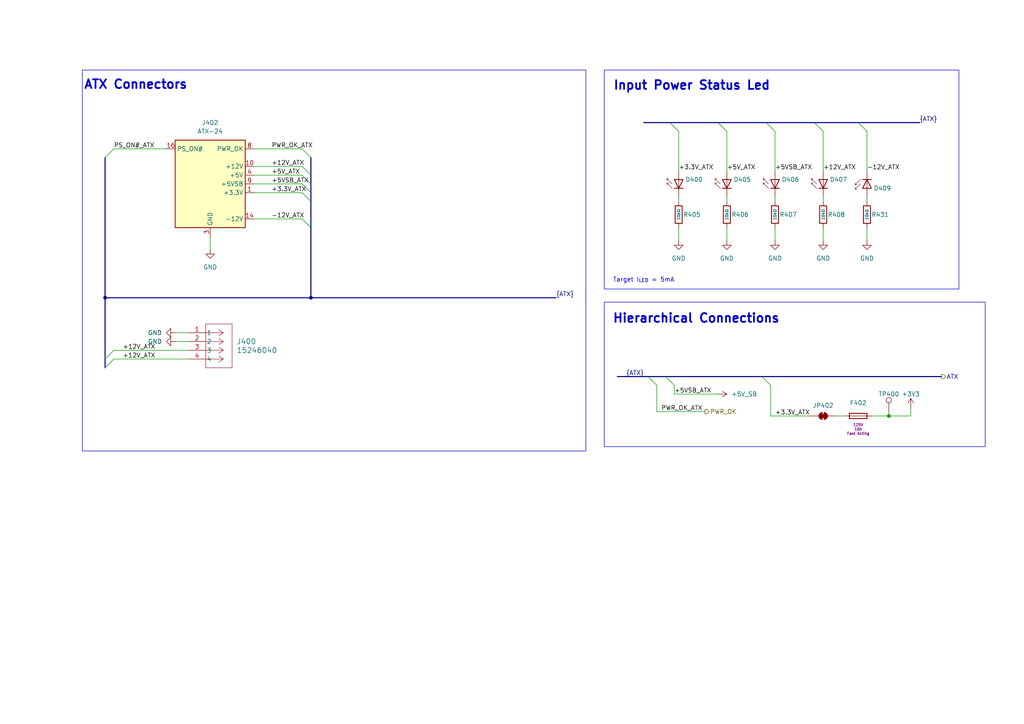
<source format=kicad_sch>
(kicad_sch (version 20250114) (generator "eeschema") (generator_version "9.0")
  (paper "A4")
  (lib_symbols
    (symbol "2025-11-30_18-16-43:15246040" (pin_names (offset 0.254))
      (property "Reference" "J" (at 8.89 6.35 0))
      (property "Value" "15246040" (at 0 0 0))
      (symbol "15246040_1_1"
        (polyline (pts (xy 5.08 2.54) (xy 5.08 -10.16)) (stroke (width 0.127)))
        (polyline (pts (xy 5.08 -10.16) (xy 12.7 -10.16)) (stroke (width 0.127)))
        (polyline (pts (xy 10.16 0) (xy 5.08 0)) (stroke (width 0.127)))
        (polyline (pts (xy 10.16 0) (xy 8.89 0.8467)) (stroke (width 0.127)))
        (polyline (pts (xy 10.16 0) (xy 8.89 -0.8467)) (stroke (width 0.127)))
        (polyline (pts (xy 10.16 -2.54) (xy 5.08 -2.54)) (stroke (width 0.127)))
        (polyline (pts (xy 10.16 -2.54) (xy 8.89 -1.6933)) (stroke (width 0.127)))
        (polyline (pts (xy 10.16 -2.54) (xy 8.89 -3.3867)) (stroke (width 0.127)))
        (polyline (pts (xy 10.16 -5.08) (xy 5.08 -5.08)) (stroke (width 0.127)))
        (polyline (pts (xy 10.16 -5.08) (xy 8.89 -4.2333)) (stroke (width 0.127)))
        (polyline (pts (xy 10.16 -5.08) (xy 8.89 -5.9267)) (stroke (width 0.127)))
        (polyline (pts (xy 10.16 -7.62) (xy 5.08 -7.62)) (stroke (width 0.127)))
        (polyline (pts (xy 10.16 -7.62) (xy 8.89 -6.7733)) (stroke (width 0.127)))
        (polyline (pts (xy 10.16 -7.62) (xy 8.89 -8.4667)) (stroke (width 0.127)))
        (polyline (pts (xy 12.7 2.54) (xy 5.08 2.54)) (stroke (width 0.127)))
        (polyline (pts (xy 12.7 -10.16) (xy 12.7 2.54)) (stroke (width 0.127)))
        (pin unspecified line (at 0 0 0) (length 5.08) (name "1") (number "1"))
        (pin unspecified line (at 0 -2.54 0) (length 5.08) (name "2") (number "2"))
        (pin unspecified line (at 0 -5.08 0) (length 5.08) (name "3") (number "3"))
        (pin unspecified line (at 0 -7.62 0) (length 5.08) (name "4") (number "4"))
      )
      (symbol "15246040_1_2"
        (polyline (pts (xy 5.08 2.54) (xy 5.08 -10.16)) (stroke (width 0.127)))
        (polyline (pts (xy 5.08 -10.16) (xy 12.7 -10.16)) (stroke (width 0.127)))
        (polyline (pts (xy 7.62 0) (xy 5.08 0)) (stroke (width 0.127)))
        (polyline (pts (xy 7.62 0) (xy 8.89 0.8467)) (stroke (width 0.127)))
        (polyline (pts (xy 7.62 0) (xy 8.89 -0.8467)) (stroke (width 0.127)))
        (polyline (pts (xy 7.62 -2.54) (xy 5.08 -2.54)) (stroke (width 0.127)))
        (polyline (pts (xy 7.62 -2.54) (xy 8.89 -1.6933)) (stroke (width 0.127)))
        (polyline (pts (xy 7.62 -2.54) (xy 8.89 -3.3867)) (stroke (width 0.127)))
        (polyline (pts (xy 7.62 -5.08) (xy 5.08 -5.08)) (stroke (width 0.127)))
        (polyline (pts (xy 7.62 -5.08) (xy 8.89 -4.2333)) (stroke (width 0.127)))
        (polyline (pts (xy 7.62 -5.08) (xy 8.89 -5.9267)) (stroke (width 0.127)))
        (polyline (pts (xy 7.62 -7.62) (xy 5.08 -7.62)) (stroke (width 0.127)))
        (polyline (pts (xy 7.62 -7.62) (xy 8.89 -6.7733)) (stroke (width 0.127)))
        (polyline (pts (xy 7.62 -7.62) (xy 8.89 -8.4667)) (stroke (width 0.127)))
        (polyline (pts (xy 12.7 2.54) (xy 5.08 2.54)) (stroke (width 0.127)))
        (polyline (pts (xy 12.7 -10.16) (xy 12.7 2.54)) (stroke (width 0.127)))
        (pin unspecified line (at 0 0 0) (length 5.08) (name "1") (number "1"))
        (pin unspecified line (at 0 -2.54 0) (length 5.08) (name "2") (number "2"))
        (pin unspecified line (at 0 -5.08 0) (length 5.08) (name "3") (number "3"))
        (pin unspecified line (at 0 -7.62 0) (length 5.08) (name "4") (number "4"))
      )
    )
    (symbol "Connector:ATX-24"
      (property "Reference" "J" (at -8.89 13.97 0))
      (property "Value" "ATX-24" (at 6.35 13.97 0))
      (symbol "ATX-24_0_1"
        (rectangle (start -10.16 12.7) (end 10.16 -12.7) (stroke (width 0.254)) (fill (type background)))
      )
      (symbol "ATX-24_1_1"
        (pin open_collector line (at -12.7 10.16 0) (length 2.54) (name "PS_ON#") (number "16"))
        (pin no_connect line (at -10.16 0 0) (length 2.54) (hide yes) (name "NC") (number "20"))
        (pin passive line (at 0 -15.24 90) (length 2.54) (hide yes) (name "GND") (number "15"))
        (pin passive line (at 0 -15.24 90) (length 2.54) (hide yes) (name "GND") (number "17"))
        (pin passive line (at 0 -15.24 90) (length 2.54) (hide yes) (name "GND") (number "18"))
        (pin passive line (at 0 -15.24 90) (length 2.54) (hide yes) (name "GND") (number "19"))
        (pin passive line (at 0 -15.24 90) (length 2.54) (hide yes) (name "GND") (number "24"))
        (pin power_out line (at 0 -15.24 90) (length 2.54) (name "GND") (number "3"))
        (pin passive line (at 0 -15.24 90) (length 2.54) (hide yes) (name "GND") (number "5"))
        (pin passive line (at 0 -15.24 90) (length 2.54) (hide yes) (name "GND") (number "7"))
        (pin output line (at 12.7 10.16 180) (length 2.54) (name "PWR_OK") (number "8"))
        (pin power_out line (at 12.7 5.08 180) (length 2.54) (name "+12V") (number "10"))
        (pin passive line (at 12.7 5.08 180) (length 2.54) (hide yes) (name "+12V") (number "11"))
        (pin passive line (at 12.7 2.54 180) (length 2.54) (hide yes) (name "+5V") (number "21"))
        (pin passive line (at 12.7 2.54 180) (length 2.54) (hide yes) (name "+5V") (number "22"))
        (pin passive line (at 12.7 2.54 180) (length 2.54) (hide yes) (name "+5V") (number "23"))
        (pin power_out line (at 12.7 2.54 180) (length 2.54) (name "+5V") (number "4"))
        (pin passive line (at 12.7 2.54 180) (length 2.54) (hide yes) (name "+5V") (number "6"))
        (pin power_out line (at 12.7 0 180) (length 2.54) (name "+5VSB") (number "9"))
        (pin power_out line (at 12.7 -2.54 180) (length 2.54) (name "+3.3V") (number "1"))
        (pin passive line (at 12.7 -2.54 180) (length 2.54) (hide yes) (name "+3.3V") (number "12"))
        (pin passive line (at 12.7 -2.54 180) (length 2.54) (hide yes) (name "+3.3V") (number "13"))
        (pin passive line (at 12.7 -2.54 180) (length 2.54) (hide yes) (name "+3.3V") (number "2"))
        (pin power_out line (at 12.7 -10.16 180) (length 2.54) (name "-12V") (number "14"))
      )
    )
    (symbol "Connector:TestPoint" (pin_numbers (hide yes)) (pin_names (offset 0.762) (hide yes))
      (property "Reference" "TP" (at 0 6.858 0))
      (property "Value" "TestPoint" (at 0 5.08 0))
      (symbol "TestPoint_0_1"
        (circle (center 0 3.302) (radius 0.762))
      )
      (symbol "TestPoint_1_1"
        (pin passive line (at 0 0 90) (length 2.54) (name "1") (number "1"))
      )
    )
    (symbol "FuseCustom:JFC2410FS-2100FS"
      (property "Reference" "F" (at -2.54 0 90))
      (property "Current Trigger" "10A" (at 3.81 0 90))
      (property "Voltage Rating" "125V" (at 2.54 0 90))
      (property "Time Sensitivity" "Fast Acting" (at 5.08 0 90))
      (symbol "JFC2410FS-2100FS_0_1"
        (rectangle (start -0.762 2.54) (end 0.762 -2.54) (stroke (width 0.254)))
        (polyline (pts (xy 0 2.54) (xy 0 -2.54)))
      )
      (symbol "JFC2410FS-2100FS_1_1"
        (pin passive line (at 0 3.81 270) (length 1.27) (name "~") (number "1"))
        (pin passive line (at 0 -3.81 90) (length 1.27) (name "~") (number "2"))
      )
    )
    (symbol "Jumper:SolderJumper_2_Bridged" (pin_numbers (hide yes)) (pin_names (offset 0) (hide yes)) (in_bom no)
      (property "Reference" "JP" (at 0 2.032 0))
      (property "Value" "SolderJumper_2_Bridged" (at 0 -2.54 0))
      (symbol "SolderJumper_2_Bridged_0_1"
        (rectangle (start -0.508 0.508) (end 0.508 -0.508) (fill (type outline)))
        (polyline (pts (xy -0.254 1.016) (xy -0.254 -1.016)))
        (arc (start -0.254 -1.016) (mid -1.2656 0) (end -0.254 1.016))
        (arc (start -0.254 -1.016) (mid -1.2656 0) (end -0.254 1.016) (fill (type outline)))
        (arc (start 0.254 1.016) (mid 1.2656 0) (end 0.254 -1.016))
        (arc (start 0.254 1.016) (mid 1.2656 0) (end 0.254 -1.016) (fill (type outline)))
        (polyline (pts (xy 0.254 1.016) (xy 0.254 -1.016)))
      )
      (symbol "SolderJumper_2_Bridged_1_1"
        (pin passive line (at -3.81 0 0) (length 2.54) (name "A") (number "1"))
        (pin passive line (at 3.81 0 180) (length 2.54) (name "B") (number "2"))
      )
    )
    (symbol "PCM_JLCPCB-Diodes:LED,0603,Green" (pin_numbers (hide yes)) (pin_names (offset 0))
      (property "Reference" "D" (at 2.032 0.834 0))
      (property "Value" "Green" (at 2.032 -1.2122 0))
      (symbol "LED,0603,Green_0_1"
        (polyline (pts (xy -1.905 0) (xy -3.429 1.524) (xy -3.429 1.016) (xy -3.429 1.524) (xy -2.921 1.524)) (stroke (width 0.127)))
        (polyline (pts (xy -1.905 -1.27) (xy -3.429 0.254) (xy -3.429 -0.254) (xy -3.429 0.254) (xy -2.921 0.254)) (stroke (width 0.127)))
        (polyline (pts (xy -1.27 1.27) (xy 0 -1.27) (xy 1.27 1.27) (xy -1.27 1.27)) (stroke (width 0.254)))
        (polyline (pts (xy -1.27 -1.27) (xy 1.27 -1.27)) (stroke (width 0.254)))
      )
      (symbol "LED,0603,Green_1_1"
        (pin passive line (at 0 3.81 270) (length 3.81) (name "~") (number "2"))
        (pin passive line (at 0 -3.81 90) (length 3.81) (name "~") (number "1"))
      )
    )
    (symbol "PCM_JLCPCB-Resistors:0402,10kΩ" (pin_numbers (hide yes)) (pin_names (offset 0))
      (property "Reference" "R" (at 1.778 0 0))
      (property "Value" "10kΩ" (at 0 0 90))
      (symbol "0402,10kΩ_0_1"
        (rectangle (start -1.016 2.54) (end 1.016 -2.54) (stroke (width 0.254)))
      )
      (symbol "0402,10kΩ_1_1"
        (pin passive line (at 0 3.81 270) (length 1.27) (name "~") (number "1"))
        (pin passive line (at 0 -3.81 90) (length 1.27) (name "~") (number "2"))
      )
    )
    (symbol "power:+5V" (power) (pin_numbers (hide yes)) (pin_names (offset 0) (hide yes))
      (property "Value" "+5V" (at 0 3.556 0))
      (symbol "+5V_0_1"
        (polyline (pts (xy -0.762 1.27) (xy 0 2.54)))
        (polyline (pts (xy 0 2.54) (xy 0.762 1.27)))
        (polyline (pts (xy 0 0) (xy 0 2.54)))
      )
      (symbol "+5V_1_1"
        (pin power_in line (at 0 0 90) (length 0) (name "~") (number "1"))
      )
    )
    (symbol "power:GND" (power) (pin_numbers (hide yes)) (pin_names (offset 0) (hide yes))
      (property "Value" "GND" (at 0 -3.81 0))
      (symbol "GND_0_1"
        (polyline (pts (xy 0 0) (xy 0 -1.27) (xy 1.27 -1.27) (xy 0 -2.54) (xy -1.27 -1.27) (xy 0 -1.27)))
      )
      (symbol "GND_1_1"
        (pin power_in line (at 0 0 270) (length 0) (name "~") (number "1"))
      )
    )
  )
  (bus_alias "ATX" (members "+5V_ATX" "+12V_ATX" "+5VSB_ATX" "+3.3V_ATX" "-12V_ATX" "-5V_ATX" "PS_ON#_ATX" "PWR_OK_ATX"))
  (rectangle (start 175.26 20.32) (end 278.13 83.82))
  (rectangle (start 23.876 20.32) (end 169.926 130.81))
  (rectangle (start 175.26 87.63) (end 285.75 129.54))
  (text "ATX Connectors\n" (at 39.37 24.638 0) (effects (font (size 2.54 2.54) (thickness 0.508) (bold yes))))
  (text "Hierarchical Connections" (at 201.93 92.456 0) (effects (font (size 2.54 2.54) (thickness 0.508) (bold yes))))
  (text "Target I_{LED} = 5mA" (at 186.69 81.28 0) (effects (font (size 1.27 1.27))))
  (text "Input Power Status Led\n" (at 200.66 24.892 0) (effects (font (size 2.54 2.54) (thickness 0.508) (bold yes))))
  (junction (at 257.81 120.65))
  (junction (at 30.48 86.36))
  (junction (at 90.17 86.36))
  (bus_entry (at 90.17 50.8) (size -2.54 -2.54))
  (bus_entry (at 187.96 109.22) (size 2.54 2.54))
  (bus_entry (at 30.48 45.72) (size 2.54 -2.54))
  (bus_entry (at 90.17 45.72) (size -2.54 -2.54))
  (bus_entry (at 208.28 35.56) (size 2.54 2.54))
  (bus_entry (at 220.98 109.22) (size 2.54 2.54))
  (bus_entry (at 193.04 109.22) (size 2.54 2.54))
  (bus_entry (at 248.92 35.56) (size 2.54 2.54))
  (bus_entry (at 90.17 55.88) (size -2.54 -2.54))
  (bus_entry (at 236.22 35.56) (size 2.54 2.54))
  (bus_entry (at 30.48 104.14) (size 2.54 -2.54))
  (bus_entry (at 30.48 106.68) (size 2.54 -2.54))
  (bus_entry (at 194.31 35.56) (size 2.54 2.54))
  (bus_entry (at 90.17 58.42) (size -2.54 -2.54))
  (bus_entry (at 90.17 66.04) (size -2.54 -2.54))
  (bus_entry (at 90.17 53.34) (size -2.54 -2.54))
  (bus_entry (at 222.25 35.56) (size 2.54 2.54))
  (bus (pts (xy 90.17 53.34) (xy 90.17 55.88)))
  (wire (pts (xy 252.73 120.65) (xy 257.81 120.65)))
  (wire (pts (xy 195.58 114.3) (xy 195.58 111.76)))
  (wire (pts (xy 33.02 101.6) (xy 54.61 101.6)))
  (wire (pts (xy 73.66 63.5) (xy 87.63 63.5)))
  (bus (pts (xy 222.25 35.56) (xy 236.22 35.56)))
  (wire (pts (xy 73.66 43.18) (xy 87.63 43.18)))
  (wire (pts (xy 251.46 57.15) (xy 251.46 58.42)))
  (wire (pts (xy 210.82 66.04) (xy 210.82 69.85)))
  (bus (pts (xy 90.17 45.72) (xy 90.17 50.8)))
  (wire (pts (xy 238.76 66.04) (xy 238.76 69.85)))
  (wire (pts (xy 238.76 57.15) (xy 238.76 58.42)))
  (bus (pts (xy 90.17 86.36) (xy 161.29 86.36)))
  (wire (pts (xy 60.96 68.58) (xy 60.96 72.39)))
  (wire (pts (xy 196.85 66.04) (xy 196.85 69.85)))
  (wire (pts (xy 224.79 38.1) (xy 224.79 49.53)))
  (bus (pts (xy 208.28 35.56) (xy 222.25 35.56)))
  (bus (pts (xy 90.17 66.04) (xy 90.17 86.36)))
  (bus (pts (xy 30.48 86.36) (xy 30.48 104.14)))
  (wire (pts (xy 33.02 43.18) (xy 48.26 43.18)))
  (wire (pts (xy 54.61 99.06) (xy 50.8 99.06)))
  (wire (pts (xy 196.85 38.1) (xy 196.85 49.53)))
  (wire (pts (xy 196.85 57.15) (xy 196.85 58.42)))
  (wire (pts (xy 242.57 120.65) (xy 245.11 120.65)))
  (wire (pts (xy 223.52 111.76) (xy 223.52 120.65)))
  (wire (pts (xy 33.02 104.14) (xy 54.61 104.14)))
  (bus (pts (xy 30.48 104.14) (xy 30.48 106.68)))
  (bus (pts (xy 236.22 35.56) (xy 248.92 35.56)))
  (bus (pts (xy 90.17 58.42) (xy 90.17 66.04)))
  (wire (pts (xy 210.82 38.1) (xy 210.82 49.53)))
  (wire (pts (xy 257.81 120.65) (xy 264.16 120.65)))
  (wire (pts (xy 73.66 55.88) (xy 87.63 55.88)))
  (wire (pts (xy 195.58 114.3) (xy 208.28 114.3)))
  (bus (pts (xy 193.04 109.22) (xy 220.98 109.22)))
  (bus (pts (xy 194.31 35.56) (xy 208.28 35.56)))
  (bus (pts (xy 90.17 50.8) (xy 90.17 53.34)))
  (bus (pts (xy 186.69 35.56) (xy 194.31 35.56)))
  (wire (pts (xy 224.79 57.15) (xy 224.79 58.42)))
  (bus (pts (xy 30.48 86.36) (xy 90.17 86.36)))
  (wire (pts (xy 224.79 66.04) (xy 224.79 69.85)))
  (wire (pts (xy 54.61 96.52) (xy 50.8 96.52)))
  (bus (pts (xy 30.48 86.36) (xy 30.48 45.72)))
  (wire (pts (xy 190.5 111.76) (xy 190.5 119.38)))
  (wire (pts (xy 264.16 118.11) (xy 264.16 120.65)))
  (wire (pts (xy 73.66 53.34) (xy 87.63 53.34)))
  (wire (pts (xy 223.52 120.65) (xy 234.95 120.65)))
  (wire (pts (xy 73.66 48.26) (xy 87.63 48.26)))
  (bus (pts (xy 90.17 55.88) (xy 90.17 58.42)))
  (wire (pts (xy 251.46 66.04) (xy 251.46 69.85)))
  (bus (pts (xy 187.96 109.22) (xy 193.04 109.22)))
  (wire (pts (xy 190.5 119.38) (xy 204.47 119.38)))
  (wire (pts (xy 73.66 50.8) (xy 87.63 50.8)))
  (wire (pts (xy 257.81 119.38) (xy 257.81 120.65)))
  (bus (pts (xy 179.07 109.22) (xy 187.96 109.22)))
  (bus (pts (xy 220.98 109.22) (xy 273.05 109.22)))
  (wire (pts (xy 251.46 38.1) (xy 251.46 49.53)))
  (wire (pts (xy 210.82 57.15) (xy 210.82 58.42)))
  (bus (pts (xy 248.92 35.56) (xy 266.7 35.56)))
  (wire (pts (xy 238.76 38.1) (xy 238.76 49.53)))
  (label "+3.3V_ATX" (at 196.85 49.53 0))
  (label "{ATX}" (at 181.61 109.22 0))
  (label "+5V_ATX" (at 78.74 50.8 0))
  (label "+12V_ATX" (at 238.76 49.53 0))
  (label "+12V_ATX" (at 78.74 48.26 0))
  (label "+5VSB_ATX" (at 78.74 53.34 0))
  (label "+12V_ATX" (at 35.56 101.6 0))
  (label "{ATX}" (at 161.29 86.36 0))
  (label "-12V_ATX" (at 78.74 63.5 0))
  (label "+5VSB_ATX" (at 224.79 49.53 0))
  (label "+5V_ATX" (at 210.82 49.53 0))
  (label "+12V_ATX" (at 35.56 104.14 0))
  (label "+5VSB_ATX" (at 195.58 114.3 0))
  (label "PWR_OK_ATX" (at 191.77 119.38 0))
  (label "PWR_OK_ATX" (at 78.74 43.18 0))
  (label "-12V_ATX" (at 251.46 49.53 0))
  (label "{ATX}" (at 266.7 35.56 0))
  (label "+3.3V_ATX" (at 78.74 55.88 0))
  (label "PS_ON#_ATX" (at 33.02 43.18 0))
  (label "+3.3V_ATX" (at 224.79 120.65 0))
  (hierarchical_label "PWR_OK" (shape output) (at 204.47 119.38 0))
  (hierarchical_label "ATX" (shape output) (at 273.05 109.22 0))
  (symbol (lib_id "PCM_JLCPCB-Resistors:0402,10kΩ") (at 251.46 62.23 0) (unit 1)
    (property "Reference" "R431" (at 252.73 62.23 0) (effects (justify left)))
    (property "Value" "10kΩ" (at 251.46 62.23 90) (effects (font (size 0.8 0.8))))
    (property "Footprint" "PCM_JLCPCB:R_0402" (effects (hide yes)))
    (property "Datasheet" "https://www.lcsc.com/datasheet/lcsc_datasheet_2411221126_UNI-ROYAL-Uniroyal-Elec-0402WGF1002TCE_C25744.pdf" (effects (hide yes)))
    (property "Description" "62.5mW Thick Film Resistors 50V ±100ppm/°C ±1% 10kΩ 0402 Chip Resistor - Surface Mount ROHS" (effects (hide yes)))
    (property "LCSC" "C25744" (effects (hide yes)))
    (property "Stock" "24372091" (effects (hide yes)))
    (property "Price" "0.004USD" (effects (hide yes)))
    (property "Process" "SMT" (effects (hide yes)))
    (property "Minimum Qty" "20" (effects (hide yes)))
    (property "Attrition Qty" "10" (effects (hide yes)))
    (property "Class" "Basic Component" (effects (hide yes)))
    (property "Category" "Resistors,Chip Resistor - Surface Mount" (effects (hide yes)))
    (property "Manufacturer" "UNI-ROYAL(Uniroyal Elec)" (effects (hide yes)))
    (property "Part" "0402WGF1002TCE" (effects (hide yes)))
    (property "Resistance" "10kΩ" (effects (hide yes)))
    (property "Power(Watts)" "62.5mW" (effects (hide yes)))
    (property "Type" "Thick Film Resistors" (effects (hide yes)))
    (property "Overload Voltage (Max)" "50V" (effects (hide yes)))
    (property "Operating Temperature Range" "-55°C~+155°C" (effects (hide yes)))
    (property "Tolerance" "±1%" (effects (hide yes)))
    (property "Temperature Coefficient" "±100ppm/°C" (effects (hide yes)))
  )
  (symbol (lib_id "power:GND") (at 210.82 69.85 0) (unit 1)
    (property "Reference" "#PWR0408" (effects (hide yes)))
    (property "Value" "GND" (at 210.82 74.93 0))
    (property "Description" "Power symbol creates a global label with name \"GND\" , ground" (effects (hide yes)))
  )
  (symbol (lib_id "power:GND") (at 224.79 69.85 0) (unit 1)
    (property "Reference" "#PWR0409" (effects (hide yes)))
    (property "Value" "GND" (at 224.79 74.93 0))
    (property "Description" "Power symbol creates a global label with name \"GND\" , ground" (effects (hide yes)))
  )
  (symbol (lib_id "Connector:TestPoint") (at 257.81 119.38 0) (unit 1) (in_bom no)
    (property "Reference" "TP400" (at 257.81 114.3 0))
    (property "Value" "TestPoint" (effects (hide yes)))
    (property "Footprint" "TestPoint:TestPoint_Pad_D1.0mm" (effects (hide yes)))
    (property "Description" "test point" (effects (hide yes)))
  )
  (symbol (lib_id "power:GND") (at 50.8 99.06 270) (unit 1)
    (property "Reference" "#PWR0403" (effects (hide yes)))
    (property "Value" "GND" (at 46.99 99.0599 90) (effects (justify right)))
    (property "Description" "Power symbol creates a global label with name \"GND\" , ground" (effects (hide yes)))
  )
  (symbol (lib_id "power:+5V") (at 208.28 114.3 270) (unit 1)
    (property "Reference" "#PWR0526" (effects (hide yes)))
    (property "Value" "+5V_SB" (at 212.09 114.2999 90) (effects (justify left)))
    (property "Description" "Power symbol creates a global label with name \"+5V\"" (effects (hide yes)))
  )
  (symbol (lib_id "FuseCustom:JFC2410FS-2100FS") (at 248.92 120.65 270) (unit 1)
    (property "Reference" "F402" (at 248.92 116.84 90))
    (property "Value" "10A" (effects (hide yes)))
    (property "Footprint" "FuseCustom:Fuse_2410_6125" (effects (hide yes)))
    (property "Datasheet" "https://jlcpcb.com/api/file/downloadByFileSystemAccessId/8588899540782604288" (effects (hide yes)))
    (property "Description" "-55℃~+125℃ 10A 125V 125V 50A Surface Mount Fuse 2410 Disposable fuses ROHS" (effects (hide yes)))
    (property "Manufacturer" "Shenzhen JDT Fuse" (effects (hide yes)))
    (property "Name" "JFC2410FS-2100FS" (effects (hide yes)))
    (property "Package" "2410" (effects (hide yes)))
    (property "Current Trigger" "10A" (at 248.92 124.46 90) (effects (font (size 0.762 0.762))))
    (property "Voltage Rating" "125V" (at 248.92 123.19 90) (effects (font (size 0.762 0.762))))
    (property "Time Sensitivity" "Fast Acting" (at 248.92 125.73 90) (effects (font (size 0.762 0.762))))
    (property "Assembly Type" "SMT Assembly" (effects (hide yes)))
    (property "LCSC" "C136374" (effects (hide yes)))
  )
  (symbol (lib_id "PCM_JLCPCB-Resistors:0402,10kΩ") (at 210.82 62.23 0) (unit 1)
    (property "Reference" "R406" (at 212.09 62.23 0) (effects (justify left)))
    (property "Value" "10kΩ" (at 210.82 62.23 90) (effects (font (size 0.8 0.8))))
    (property "Footprint" "PCM_JLCPCB:R_0402" (effects (hide yes)))
    (property "Datasheet" "https://www.lcsc.com/datasheet/lcsc_datasheet_2411221126_UNI-ROYAL-Uniroyal-Elec-0402WGF1002TCE_C25744.pdf" (effects (hide yes)))
    (property "Description" "62.5mW Thick Film Resistors 50V ±100ppm/°C ±1% 10kΩ 0402 Chip Resistor - Surface Mount ROHS" (effects (hide yes)))
    (property "LCSC" "C25744" (effects (hide yes)))
    (property "Stock" "24372091" (effects (hide yes)))
    (property "Price" "0.004USD" (effects (hide yes)))
    (property "Process" "SMT" (effects (hide yes)))
    (property "Minimum Qty" "20" (effects (hide yes)))
    (property "Attrition Qty" "10" (effects (hide yes)))
    (property "Class" "Basic Component" (effects (hide yes)))
    (property "Category" "Resistors,Chip Resistor - Surface Mount" (effects (hide yes)))
    (property "Manufacturer" "UNI-ROYAL(Uniroyal Elec)" (effects (hide yes)))
    (property "Part" "0402WGF1002TCE" (effects (hide yes)))
    (property "Resistance" "10kΩ" (effects (hide yes)))
    (property "Power(Watts)" "62.5mW" (effects (hide yes)))
    (property "Type" "Thick Film Resistors" (effects (hide yes)))
    (property "Overload Voltage (Max)" "50V" (effects (hide yes)))
    (property "Operating Temperature Range" "-55°C~+155°C" (effects (hide yes)))
    (property "Tolerance" "±1%" (effects (hide yes)))
    (property "Temperature Coefficient" "±100ppm/°C" (effects (hide yes)))
  )
  (symbol (lib_id "power:GND") (at 238.76 69.85 0) (unit 1)
    (property "Reference" "#PWR0410" (effects (hide yes)))
    (property "Value" "GND" (at 238.76 74.93 0))
    (property "Description" "Power symbol creates a global label with name \"GND\" , ground" (effects (hide yes)))
  )
  (symbol (lib_id "PCM_JLCPCB-Diodes:LED,0603,Green") (at 238.76 53.34 0) (unit 1)
    (property "Reference" "D407" (at 240.665 52.07 0) (effects (justify left)))
    (property "Value" "Green" (effects (hide yes)))
    (property "Footprint" "PCM_JLCPCB:D_0603" (effects (hide yes)))
    (property "Datasheet" "https://wmsc.lcsc.com/wmsc/upload/file/pdf/v2/lcsc/2207051802_Everlight-Elec-19-217-GHC-YR1S2-6T_C2986059.pdf" (effects (hide yes)))
    (property "Description" "0603 LED Indication - Discrete ROHS" (effects (hide yes)))
    (property "LCSC" "C2986059" (effects (hide yes)))
    (property "Stock" "229216" (effects (hide yes)))
    (property "Price" "0.022USD" (effects (hide yes)))
    (property "Process" "SMT" (effects (hide yes)))
    (property "Minimum Qty" "20" (effects (hide yes)))
    (property "Attrition Qty" "8" (effects (hide yes)))
    (property "Class" "Preferred Component" (effects (hide yes)))
    (property "Category" "Optocoupler/LED/Digital Tube/Photoelectric Device,Light Emitting Diodes (LED)" (effects (hide yes)))
    (property "Manufacturer" "Everlight Elec" (effects (hide yes)))
    (property "Part" "19-217/GHC-YR1S2/6T" (effects (hide yes)))
  )
  (symbol (lib_id "power:GND") (at 50.8 96.52 270) (unit 1)
    (property "Reference" "#PWR0402" (effects (hide yes)))
    (property "Value" "GND" (at 46.99 96.5199 90) (effects (justify right)))
    (property "Description" "Power symbol creates a global label with name \"GND\" , ground" (effects (hide yes)))
  )
  (symbol (lib_id "power:GND") (at 60.96 72.39 0) (unit 1)
    (property "Reference" "#PWR0405" (effects (hide yes)))
    (property "Value" "GND" (at 60.96 77.47 0))
    (property "Description" "Power symbol creates a global label with name \"GND\" , ground" (effects (hide yes)))
  )
  (symbol (lib_id "Jumper:SolderJumper_2_Bridged") (at 238.76 120.65 0) (unit 1) (in_bom no)
    (property "Reference" "JP402" (at 238.76 117.602 0))
    (property "Value" "Test Buck Vout" (effects (hide yes)))
    (property "Footprint" "Jumper:SolderJumper-2_P1.3mm_Open_TrianglePad1.0x1.5mm" (effects (hide yes)))
    (property "Description" "Solder Jumper, 2-pole, closed/bridged" (effects (hide yes)))
  )
  (symbol (lib_id "2025-11-30_18-16-43:15246040") (at 54.61 96.52 0) (unit 1)
    (property "Reference" "J400" (at 68.58 99.0599 0) (effects (font (size 1.524 1.524)) (justify left)))
    (property "Value" "15246040" (at 68.58 101.5999 0) (effects (font (size 1.524 1.524)) (justify left)))
    (property "Footprint" "footprints:CONN_SDA-42404_04_MOL" (effects (hide yes)))
    (property "Datasheet" "https://www.molex.com/en-us/products/part-detail-pdf/15246040?display=pdf" (effects (hide yes)))
  )
  (symbol (lib_id "PCM_JLCPCB-Resistors:0402,10kΩ") (at 224.79 62.23 0) (unit 1)
    (property "Reference" "R407" (at 226.06 62.23 0) (effects (justify left)))
    (property "Value" "10kΩ" (at 224.79 62.23 90) (effects (font (size 0.8 0.8))))
    (property "Footprint" "PCM_JLCPCB:R_0402" (effects (hide yes)))
    (property "Datasheet" "https://www.lcsc.com/datasheet/lcsc_datasheet_2411221126_UNI-ROYAL-Uniroyal-Elec-0402WGF1002TCE_C25744.pdf" (effects (hide yes)))
    (property "Description" "62.5mW Thick Film Resistors 50V ±100ppm/°C ±1% 10kΩ 0402 Chip Resistor - Surface Mount ROHS" (effects (hide yes)))
    (property "LCSC" "C25744" (effects (hide yes)))
    (property "Stock" "24372091" (effects (hide yes)))
    (property "Price" "0.004USD" (effects (hide yes)))
    (property "Process" "SMT" (effects (hide yes)))
    (property "Minimum Qty" "20" (effects (hide yes)))
    (property "Attrition Qty" "10" (effects (hide yes)))
    (property "Class" "Basic Component" (effects (hide yes)))
    (property "Category" "Resistors,Chip Resistor - Surface Mount" (effects (hide yes)))
    (property "Manufacturer" "UNI-ROYAL(Uniroyal Elec)" (effects (hide yes)))
    (property "Part" "0402WGF1002TCE" (effects (hide yes)))
    (property "Resistance" "10kΩ" (effects (hide yes)))
    (property "Power(Watts)" "62.5mW" (effects (hide yes)))
    (property "Type" "Thick Film Resistors" (effects (hide yes)))
    (property "Overload Voltage (Max)" "50V" (effects (hide yes)))
    (property "Operating Temperature Range" "-55°C~+155°C" (effects (hide yes)))
    (property "Tolerance" "±1%" (effects (hide yes)))
    (property "Temperature Coefficient" "±100ppm/°C" (effects (hide yes)))
  )
  (symbol (lib_id "PCM_JLCPCB-Diodes:LED,0603,Green") (at 224.79 53.34 0) (unit 1)
    (property "Reference" "D406" (at 226.695 52.07 0) (effects (justify left)))
    (property "Value" "Green" (effects (hide yes)))
    (property "Footprint" "PCM_JLCPCB:D_0603" (effects (hide yes)))
    (property "Datasheet" "https://wmsc.lcsc.com/wmsc/upload/file/pdf/v2/lcsc/2207051802_Everlight-Elec-19-217-GHC-YR1S2-6T_C2986059.pdf" (effects (hide yes)))
    (property "Description" "0603 LED Indication - Discrete ROHS" (effects (hide yes)))
    (property "LCSC" "C2986059" (effects (hide yes)))
    (property "Stock" "229216" (effects (hide yes)))
    (property "Price" "0.022USD" (effects (hide yes)))
    (property "Process" "SMT" (effects (hide yes)))
    (property "Minimum Qty" "20" (effects (hide yes)))
    (property "Attrition Qty" "8" (effects (hide yes)))
    (property "Class" "Preferred Component" (effects (hide yes)))
    (property "Category" "Optocoupler/LED/Digital Tube/Photoelectric Device,Light Emitting Diodes (LED)" (effects (hide yes)))
    (property "Manufacturer" "Everlight Elec" (effects (hide yes)))
    (property "Part" "19-217/GHC-YR1S2/6T" (effects (hide yes)))
  )
  (symbol (lib_id "power:GND") (at 196.85 69.85 0) (unit 1)
    (property "Reference" "#PWR0407" (effects (hide yes)))
    (property "Value" "GND" (at 196.85 74.93 0))
    (property "Description" "Power symbol creates a global label with name \"GND\" , ground" (effects (hide yes)))
  )
  (symbol (lib_id "power:+5V") (at 264.16 118.11 0) (unit 1)
    (property "Reference" "#PWR0411" (effects (hide yes)))
    (property "Value" "+3V3" (at 264.16 114.3 0))
    (property "Description" "Power symbol creates a global label with name \"+5V\"" (effects (hide yes)))
  )
  (symbol (lib_id "PCM_JLCPCB-Diodes:LED,0603,Green") (at 196.85 53.34 0) (unit 1)
    (property "Reference" "D400" (at 198.755 52.07 0) (effects (justify left)))
    (property "Value" "Green" (effects (hide yes)))
    (property "Footprint" "PCM_JLCPCB:D_0603" (effects (hide yes)))
    (property "Datasheet" "https://wmsc.lcsc.com/wmsc/upload/file/pdf/v2/lcsc/2207051802_Everlight-Elec-19-217-GHC-YR1S2-6T_C2986059.pdf" (effects (hide yes)))
    (property "Description" "0603 LED Indication - Discrete ROHS" (effects (hide yes)))
    (property "LCSC" "C2986059" (effects (hide yes)))
    (property "Stock" "229216" (effects (hide yes)))
    (property "Price" "0.022USD" (effects (hide yes)))
    (property "Process" "SMT" (effects (hide yes)))
    (property "Minimum Qty" "20" (effects (hide yes)))
    (property "Attrition Qty" "8" (effects (hide yes)))
    (property "Class" "Preferred Component" (effects (hide yes)))
    (property "Category" "Optocoupler/LED/Digital Tube/Photoelectric Device,Light Emitting Diodes (LED)" (effects (hide yes)))
    (property "Manufacturer" "Everlight Elec" (effects (hide yes)))
    (property "Part" "19-217/GHC-YR1S2/6T" (effects (hide yes)))
  )
  (symbol (lib_id "PCM_JLCPCB-Resistors:0402,10kΩ") (at 196.85 62.23 0) (unit 1)
    (property "Reference" "R405" (at 198.12 62.23 0) (effects (justify left)))
    (property "Value" "10kΩ" (at 196.85 62.23 90) (effects (font (size 0.8 0.8))))
    (property "Footprint" "PCM_JLCPCB:R_0402" (effects (hide yes)))
    (property "Datasheet" "https://www.lcsc.com/datasheet/lcsc_datasheet_2411221126_UNI-ROYAL-Uniroyal-Elec-0402WGF1002TCE_C25744.pdf" (effects (hide yes)))
    (property "Description" "62.5mW Thick Film Resistors 50V ±100ppm/°C ±1% 10kΩ 0402 Chip Resistor - Surface Mount ROHS" (effects (hide yes)))
    (property "LCSC" "C25744" (effects (hide yes)))
    (property "Stock" "24372091" (effects (hide yes)))
    (property "Price" "0.004USD" (effects (hide yes)))
    (property "Process" "SMT" (effects (hide yes)))
    (property "Minimum Qty" "20" (effects (hide yes)))
    (property "Attrition Qty" "10" (effects (hide yes)))
    (property "Class" "Basic Component" (effects (hide yes)))
    (property "Category" "Resistors,Chip Resistor - Surface Mount" (effects (hide yes)))
    (property "Manufacturer" "UNI-ROYAL(Uniroyal Elec)" (effects (hide yes)))
    (property "Part" "0402WGF1002TCE" (effects (hide yes)))
    (property "Resistance" "10kΩ" (effects (hide yes)))
    (property "Power(Watts)" "62.5mW" (effects (hide yes)))
    (property "Type" "Thick Film Resistors" (effects (hide yes)))
    (property "Overload Voltage (Max)" "50V" (effects (hide yes)))
    (property "Operating Temperature Range" "-55°C~+155°C" (effects (hide yes)))
    (property "Tolerance" "±1%" (effects (hide yes)))
    (property "Temperature Coefficient" "±100ppm/°C" (effects (hide yes)))
  )
  (symbol (lib_id "PCM_JLCPCB-Resistors:0402,10kΩ") (at 238.76 62.23 0) (unit 1)
    (property "Reference" "R408" (at 240.03 62.23 0) (effects (justify left)))
    (property "Value" "10kΩ" (at 238.76 62.23 90) (effects (font (size 0.8 0.8))))
    (property "Footprint" "PCM_JLCPCB:R_0402" (effects (hide yes)))
    (property "Datasheet" "https://www.lcsc.com/datasheet/lcsc_datasheet_2411221126_UNI-ROYAL-Uniroyal-Elec-0402WGF1002TCE_C25744.pdf" (effects (hide yes)))
    (property "Description" "62.5mW Thick Film Resistors 50V ±100ppm/°C ±1% 10kΩ 0402 Chip Resistor - Surface Mount ROHS" (effects (hide yes)))
    (property "LCSC" "C25744" (effects (hide yes)))
    (property "Stock" "24372091" (effects (hide yes)))
    (property "Price" "0.004USD" (effects (hide yes)))
    (property "Process" "SMT" (effects (hide yes)))
    (property "Minimum Qty" "20" (effects (hide yes)))
    (property "Attrition Qty" "10" (effects (hide yes)))
    (property "Class" "Basic Component" (effects (hide yes)))
    (property "Category" "Resistors,Chip Resistor - Surface Mount" (effects (hide yes)))
    (property "Manufacturer" "UNI-ROYAL(Uniroyal Elec)" (effects (hide yes)))
    (property "Part" "0402WGF1002TCE" (effects (hide yes)))
    (property "Resistance" "10kΩ" (effects (hide yes)))
    (property "Power(Watts)" "62.5mW" (effects (hide yes)))
    (property "Type" "Thick Film Resistors" (effects (hide yes)))
    (property "Overload Voltage (Max)" "50V" (effects (hide yes)))
    (property "Operating Temperature Range" "-55°C~+155°C" (effects (hide yes)))
    (property "Tolerance" "±1%" (effects (hide yes)))
    (property "Temperature Coefficient" "±100ppm/°C" (effects (hide yes)))
  )
  (symbol (lib_id "PCM_JLCPCB-Diodes:LED,0603,Green") (at 251.46 53.34 0) (mirror x) (unit 1)
    (property "Reference" "D409" (at 253.365 54.61 0) (effects (justify left)))
    (property "Value" "Green" (effects (hide yes)))
    (property "Footprint" "PCM_JLCPCB:D_0603" (effects (hide yes)))
    (property "Datasheet" "https://wmsc.lcsc.com/wmsc/upload/file/pdf/v2/lcsc/2207051802_Everlight-Elec-19-217-GHC-YR1S2-6T_C2986059.pdf" (effects (hide yes)))
    (property "Description" "0603 LED Indication - Discrete ROHS" (effects (hide yes)))
    (property "LCSC" "C2986059" (effects (hide yes)))
    (property "Stock" "229216" (effects (hide yes)))
    (property "Price" "0.022USD" (effects (hide yes)))
    (property "Process" "SMT" (effects (hide yes)))
    (property "Minimum Qty" "20" (effects (hide yes)))
    (property "Attrition Qty" "8" (effects (hide yes)))
    (property "Class" "Preferred Component" (effects (hide yes)))
    (property "Category" "Optocoupler/LED/Digital Tube/Photoelectric Device,Light Emitting Diodes (LED)" (effects (hide yes)))
    (property "Manufacturer" "Everlight Elec" (effects (hide yes)))
    (property "Part" "19-217/GHC-YR1S2/6T" (effects (hide yes)))
  )
  (symbol (lib_id "Connector:ATX-24") (at 60.96 53.34 0) (unit 1)
    (property "Reference" "J402" (at 60.96 35.56 0))
    (property "Value" "ATX-24" (at 60.96 38.1 0))
    (property "Footprint" "Connector_Molex:Molex_Mini-Fit_Jr_5569-24A2_2x12_P4.20mm_Horizontal" (effects (hide yes)))
    (property "Datasheet" "https://www.intel.com/content/dam/www/public/us/en/documents/guides/power-supply-design-guide-june.pdf#page=33" (effects (hide yes)))
    (property "Description" "ATX Power supply 24pins" (effects (hide yes)))
  )
  (symbol (lib_id "PCM_JLCPCB-Diodes:LED,0603,Green") (at 210.82 53.34 0) (unit 1)
    (property "Reference" "D405" (at 212.725 52.07 0) (effects (justify left)))
    (property "Value" "Green" (effects (hide yes)))
    (property "Footprint" "PCM_JLCPCB:D_0603" (effects (hide yes)))
    (property "Datasheet" "https://wmsc.lcsc.com/wmsc/upload/file/pdf/v2/lcsc/2207051802_Everlight-Elec-19-217-GHC-YR1S2-6T_C2986059.pdf" (effects (hide yes)))
    (property "Description" "0603 LED Indication - Discrete ROHS" (effects (hide yes)))
    (property "LCSC" "C2986059" (effects (hide yes)))
    (property "Stock" "229216" (effects (hide yes)))
    (property "Price" "0.022USD" (effects (hide yes)))
    (property "Process" "SMT" (effects (hide yes)))
    (property "Minimum Qty" "20" (effects (hide yes)))
    (property "Attrition Qty" "8" (effects (hide yes)))
    (property "Class" "Preferred Component" (effects (hide yes)))
    (property "Category" "Optocoupler/LED/Digital Tube/Photoelectric Device,Light Emitting Diodes (LED)" (effects (hide yes)))
    (property "Manufacturer" "Everlight Elec" (effects (hide yes)))
    (property "Part" "19-217/GHC-YR1S2/6T" (effects (hide yes)))
  )
  (symbol (lib_id "power:GND") (at 251.46 69.85 0) (unit 1)
    (property "Reference" "#PWR0416" (effects (hide yes)))
    (property "Value" "GND" (at 251.46 74.93 0))
    (property "Description" "Power symbol creates a global label with name \"GND\" , ground" (effects (hide yes)))
  )
)
</source>
